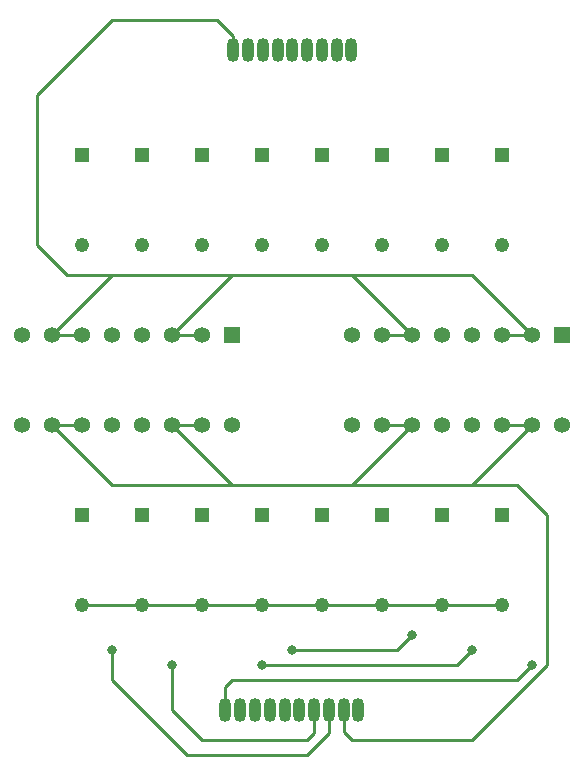
<source format=gbr>
%TF.GenerationSoftware,KiCad,Pcbnew,7.0.9*%
%TF.CreationDate,2024-01-04T07:45:15-05:00*%
%TF.ProjectId,trigger_line,74726967-6765-4725-9f6c-696e652e6b69,rev?*%
%TF.SameCoordinates,Original*%
%TF.FileFunction,Copper,L2,Bot*%
%TF.FilePolarity,Positive*%
%FSLAX46Y46*%
G04 Gerber Fmt 4.6, Leading zero omitted, Abs format (unit mm)*
G04 Created by KiCad (PCBNEW 7.0.9) date 2024-01-04 07:45:15*
%MOMM*%
%LPD*%
G01*
G04 APERTURE LIST*
%TA.AperFunction,ComponentPad*%
%ADD10R,1.358000X1.358000*%
%TD*%
%TA.AperFunction,ComponentPad*%
%ADD11C,1.358000*%
%TD*%
%TA.AperFunction,ComponentPad*%
%ADD12R,1.244600X1.244600*%
%TD*%
%TA.AperFunction,ComponentPad*%
%ADD13C,1.244600*%
%TD*%
%TA.AperFunction,ComponentPad*%
%ADD14O,1.016000X2.032000*%
%TD*%
%TA.AperFunction,ViaPad*%
%ADD15C,0.800000*%
%TD*%
%TA.AperFunction,Conductor*%
%ADD16C,0.250000*%
%TD*%
G04 APERTURE END LIST*
D10*
%TO.P,U2,1*%
%TO.N,Net-(R5-Pad2)*%
X134620000Y-83820000D03*
D11*
%TO.P,U2,2*%
%TO.N,/GNDA*%
X132080000Y-83820000D03*
%TO.P,U2,3*%
X129540000Y-83820000D03*
%TO.P,U2,4*%
%TO.N,Net-(R6-Pad2)*%
X127000000Y-83820000D03*
%TO.P,U2,5*%
%TO.N,Net-(R7-Pad2)*%
X124460000Y-83820000D03*
%TO.P,U2,6*%
%TO.N,/GNDA*%
X121920000Y-83820000D03*
%TO.P,U2,7*%
X119380000Y-83820000D03*
%TO.P,U2,8*%
%TO.N,Net-(R8-Pad2)*%
X116840000Y-83820000D03*
%TO.P,U2,9*%
%TO.N,Net-(P2-Pad8)*%
X116840000Y-91440000D03*
%TO.P,U2,10*%
%TO.N,/+5V*%
X119380000Y-91440000D03*
%TO.P,U2,11*%
X121920000Y-91440000D03*
%TO.P,U2,12*%
%TO.N,Net-(P2-Pad7)*%
X124460000Y-91440000D03*
%TO.P,U2,13*%
%TO.N,Net-(P2-Pad6)*%
X127000000Y-91440000D03*
%TO.P,U2,14*%
%TO.N,/+5V*%
X129540000Y-91440000D03*
%TO.P,U2,15*%
X132080000Y-91440000D03*
%TO.P,U2,16*%
%TO.N,Net-(P2-Pad5)*%
X134620000Y-91440000D03*
%TD*%
D12*
%TO.P,R7,1*%
%TO.N,Net-(P1-Pad7)*%
X127000000Y-68580000D03*
D13*
%TO.P,R7,2*%
%TO.N,Net-(R7-Pad2)*%
X127000000Y-76200000D03*
%TD*%
D12*
%TO.P,R4,1*%
%TO.N,Net-(P1-Pad4)*%
X142240000Y-68580000D03*
D13*
%TO.P,R4,2*%
%TO.N,Net-(R4-Pad2)*%
X142240000Y-76200000D03*
%TD*%
D14*
%TO.P,P1,1*%
%TO.N,Net-(P1-Pad1)*%
X144740000Y-59690000D03*
%TO.P,P1,2*%
%TO.N,Net-(P1-Pad2)*%
X143490000Y-59690000D03*
%TO.P,P1,3*%
%TO.N,Net-(P1-Pad3)*%
X142240000Y-59690000D03*
%TO.P,P1,4*%
%TO.N,Net-(P1-Pad4)*%
X140990000Y-59690000D03*
%TO.P,P1,5*%
%TO.N,Net-(P1-Pad5)*%
X139740000Y-59690000D03*
%TO.P,P1,6*%
%TO.N,Net-(P1-Pad6)*%
X138490000Y-59690000D03*
%TO.P,P1,7*%
%TO.N,Net-(P1-Pad7)*%
X137240000Y-59690000D03*
%TO.P,P1,8*%
%TO.N,Net-(P1-Pad8)*%
X135990000Y-59690000D03*
%TO.P,P1,9*%
%TO.N,/GNDA*%
X134740000Y-59690000D03*
%TD*%
D12*
%TO.P,R13,1*%
%TO.N,Net-(P2-Pad5)*%
X137160000Y-99060000D03*
D13*
%TO.P,R13,2*%
%TO.N,GND*%
X137160000Y-106680000D03*
%TD*%
D12*
%TO.P,R15,1*%
%TO.N,Net-(P2-Pad7)*%
X127000000Y-99060000D03*
D13*
%TO.P,R15,2*%
%TO.N,GND*%
X127000000Y-106680000D03*
%TD*%
D12*
%TO.P,R11,1*%
%TO.N,Net-(P2-Pad3)*%
X147320000Y-99060000D03*
D13*
%TO.P,R11,2*%
%TO.N,GND*%
X147320000Y-106680000D03*
%TD*%
D10*
%TO.P,U1,1*%
%TO.N,Net-(R1-Pad2)*%
X162560000Y-83820000D03*
D11*
%TO.P,U1,2*%
%TO.N,/GNDA*%
X160020000Y-83820000D03*
%TO.P,U1,3*%
X157480000Y-83820000D03*
%TO.P,U1,4*%
%TO.N,Net-(R2-Pad2)*%
X154940000Y-83820000D03*
%TO.P,U1,5*%
%TO.N,Net-(R3-Pad2)*%
X152400000Y-83820000D03*
%TO.P,U1,6*%
%TO.N,/GNDA*%
X149860000Y-83820000D03*
%TO.P,U1,7*%
X147320000Y-83820000D03*
%TO.P,U1,8*%
%TO.N,Net-(R4-Pad2)*%
X144780000Y-83820000D03*
%TO.P,U1,9*%
%TO.N,Net-(P2-Pad4)*%
X144780000Y-91440000D03*
%TO.P,U1,10*%
%TO.N,/+5V*%
X147320000Y-91440000D03*
%TO.P,U1,11*%
X149860000Y-91440000D03*
%TO.P,U1,12*%
%TO.N,Net-(P2-Pad3)*%
X152400000Y-91440000D03*
%TO.P,U1,13*%
%TO.N,Net-(P2-Pad2)*%
X154940000Y-91440000D03*
%TO.P,U1,14*%
%TO.N,/+5V*%
X157480000Y-91440000D03*
%TO.P,U1,15*%
X160020000Y-91440000D03*
%TO.P,U1,16*%
%TO.N,Net-(P2-Pad1)*%
X162560000Y-91440000D03*
%TD*%
D12*
%TO.P,R14,1*%
%TO.N,Net-(P2-Pad6)*%
X132080000Y-99060000D03*
D13*
%TO.P,R14,2*%
%TO.N,GND*%
X132080000Y-106680000D03*
%TD*%
D12*
%TO.P,R5,1*%
%TO.N,Net-(P1-Pad5)*%
X137160000Y-68580000D03*
D13*
%TO.P,R5,2*%
%TO.N,Net-(R5-Pad2)*%
X137160000Y-76200000D03*
%TD*%
D12*
%TO.P,R2,1*%
%TO.N,Net-(P1-Pad2)*%
X152400000Y-68580000D03*
D13*
%TO.P,R2,2*%
%TO.N,Net-(R2-Pad2)*%
X152400000Y-76200000D03*
%TD*%
D12*
%TO.P,R3,1*%
%TO.N,Net-(P1-Pad3)*%
X147320000Y-68580000D03*
D13*
%TO.P,R3,2*%
%TO.N,Net-(R3-Pad2)*%
X147320000Y-76200000D03*
%TD*%
D12*
%TO.P,R1,1*%
%TO.N,Net-(P1-Pad1)*%
X157480000Y-68580000D03*
D13*
%TO.P,R1,2*%
%TO.N,Net-(R1-Pad2)*%
X157480000Y-76200000D03*
%TD*%
D12*
%TO.P,R10,1*%
%TO.N,Net-(P2-Pad2)*%
X152400000Y-99060000D03*
D13*
%TO.P,R10,2*%
%TO.N,GND*%
X152400000Y-106680000D03*
%TD*%
D12*
%TO.P,R9,1*%
%TO.N,Net-(P2-Pad1)*%
X157480000Y-99060000D03*
D13*
%TO.P,R9,2*%
%TO.N,GND*%
X157480000Y-106680000D03*
%TD*%
D12*
%TO.P,R6,1*%
%TO.N,Net-(P1-Pad6)*%
X132080000Y-68580000D03*
D13*
%TO.P,R6,2*%
%TO.N,Net-(R6-Pad2)*%
X132080000Y-76200000D03*
%TD*%
D12*
%TO.P,R12,1*%
%TO.N,Net-(P2-Pad4)*%
X142240000Y-99060000D03*
D13*
%TO.P,R12,2*%
%TO.N,GND*%
X142240000Y-106680000D03*
%TD*%
D12*
%TO.P,R8,1*%
%TO.N,Net-(P1-Pad8)*%
X121920000Y-68580000D03*
D13*
%TO.P,R8,2*%
%TO.N,Net-(R8-Pad2)*%
X121920000Y-76200000D03*
%TD*%
D12*
%TO.P,R16,1*%
%TO.N,Net-(P2-Pad8)*%
X121920000Y-99060000D03*
D13*
%TO.P,R16,2*%
%TO.N,GND*%
X121920000Y-106680000D03*
%TD*%
D14*
%TO.P,P2,10*%
%TO.N,GND*%
X145325000Y-115570000D03*
%TO.P,P2,9*%
%TO.N,/+5V*%
X144075000Y-115570000D03*
%TO.P,P2,8*%
%TO.N,Net-(P2-Pad8)*%
X142825000Y-115570000D03*
%TO.P,P2,7*%
%TO.N,Net-(P2-Pad7)*%
X141575000Y-115570000D03*
%TO.P,P2,6*%
%TO.N,Net-(P2-Pad6)*%
X140325000Y-115570000D03*
%TO.P,P2,5*%
%TO.N,Net-(P2-Pad5)*%
X139075000Y-115570000D03*
%TO.P,P2,4*%
%TO.N,Net-(P2-Pad4)*%
X137825000Y-115570000D03*
%TO.P,P2,3*%
%TO.N,Net-(P2-Pad3)*%
X136575000Y-115570000D03*
%TO.P,P2,2*%
%TO.N,Net-(P2-Pad2)*%
X135325000Y-115570000D03*
%TO.P,P2,1*%
%TO.N,Net-(P2-Pad1)*%
X134075000Y-115570000D03*
%TD*%
D15*
%TO.N,Net-(P2-Pad1)*%
X160020000Y-111760000D03*
%TO.N,Net-(P2-Pad2)*%
X137160000Y-111760000D03*
X154940000Y-110490000D03*
%TO.N,Net-(P2-Pad3)*%
X139700000Y-110490000D03*
X149860000Y-109220000D03*
%TO.N,Net-(P2-Pad7)*%
X129540000Y-111760000D03*
%TO.N,Net-(P2-Pad8)*%
X124460000Y-110490000D03*
%TD*%
D16*
%TO.N,/GNDA*%
X120650000Y-78740000D02*
X118110000Y-76200000D01*
X157480000Y-83820000D02*
X160020000Y-83820000D01*
X154940000Y-78740000D02*
X144780000Y-78740000D01*
X133350000Y-57150000D02*
X124460000Y-57150000D01*
X160020000Y-83820000D02*
X154940000Y-78740000D01*
X147320000Y-83820000D02*
X149860000Y-83820000D01*
X134740000Y-58540000D02*
X133350000Y-57150000D01*
X118110000Y-63500000D02*
X124460000Y-57150000D01*
X129540000Y-83820000D02*
X134620000Y-78740000D01*
X134620000Y-78740000D02*
X124460000Y-78740000D01*
X149860000Y-83820000D02*
X144780000Y-78740000D01*
X124460000Y-78740000D02*
X120650000Y-78740000D01*
X129540000Y-83820000D02*
X132080000Y-83820000D01*
X118110000Y-76200000D02*
X118110000Y-63500000D01*
X124460000Y-78740000D02*
X119380000Y-83820000D01*
X119380000Y-83820000D02*
X121920000Y-83820000D01*
X134740000Y-59690000D02*
X134740000Y-58540000D01*
X144780000Y-78740000D02*
X139700000Y-78740000D01*
X139700000Y-78740000D02*
X134620000Y-78740000D01*
%TO.N,Net-(P2-Pad1)*%
X134075000Y-113575000D02*
X134075000Y-115570000D01*
X134620000Y-113030000D02*
X134075000Y-113575000D01*
X158750000Y-113030000D02*
X134620000Y-113030000D01*
X160020000Y-111760000D02*
X158750000Y-113030000D01*
%TO.N,Net-(P2-Pad2)*%
X153670000Y-111760000D02*
X137160000Y-111760000D01*
X154940000Y-110490000D02*
X153670000Y-111760000D01*
%TO.N,Net-(P2-Pad3)*%
X149860000Y-109220000D02*
X148590000Y-110490000D01*
X148590000Y-110490000D02*
X139700000Y-110490000D01*
%TO.N,Net-(P2-Pad7)*%
X141575000Y-115570000D02*
X141575000Y-117505000D01*
X140970000Y-118110000D02*
X132080000Y-118110000D01*
X132080000Y-118110000D02*
X129540000Y-115570000D01*
X129540000Y-111760000D02*
X129540000Y-115570000D01*
X141575000Y-117505000D02*
X140970000Y-118110000D01*
%TO.N,Net-(P2-Pad8)*%
X140970000Y-119380000D02*
X130810000Y-119380000D01*
X142825000Y-117525000D02*
X140970000Y-119380000D01*
X142825000Y-115570000D02*
X142825000Y-117525000D01*
X124460000Y-113030000D02*
X124460000Y-110490000D01*
X130810000Y-119380000D02*
X124460000Y-113030000D01*
%TO.N,/+5V*%
X147320000Y-91440000D02*
X149860000Y-91440000D01*
X144780000Y-118110000D02*
X144075000Y-117405000D01*
X119380000Y-91440000D02*
X121920000Y-91440000D01*
X157480000Y-91440000D02*
X160020000Y-91440000D01*
X161290000Y-111760000D02*
X154940000Y-118110000D01*
X149860000Y-91440000D02*
X144780000Y-96520000D01*
X144075000Y-117405000D02*
X144075000Y-115570000D01*
X158750000Y-96520000D02*
X161290000Y-99060000D01*
X154940000Y-96520000D02*
X158750000Y-96520000D01*
X154940000Y-118110000D02*
X144780000Y-118110000D01*
X129540000Y-91440000D02*
X134620000Y-96520000D01*
X134620000Y-96520000D02*
X139700000Y-96520000D01*
X139700000Y-96520000D02*
X144780000Y-96520000D01*
X124460000Y-96520000D02*
X134620000Y-96520000D01*
X119380000Y-91440000D02*
X124460000Y-96520000D01*
X129540000Y-91440000D02*
X132080000Y-91440000D01*
X154940000Y-96520000D02*
X160020000Y-91440000D01*
X161290000Y-99060000D02*
X161290000Y-111760000D01*
X144780000Y-96520000D02*
X154940000Y-96520000D01*
%TO.N,GND*%
X127000000Y-106680000D02*
X132080000Y-106680000D01*
X147320000Y-106680000D02*
X152400000Y-106680000D01*
X152400000Y-106680000D02*
X157480000Y-106680000D01*
X137160000Y-106680000D02*
X142240000Y-106680000D01*
X121920000Y-106680000D02*
X127000000Y-106680000D01*
X142240000Y-106680000D02*
X147320000Y-106680000D01*
X132080000Y-106680000D02*
X137160000Y-106680000D01*
%TD*%
M02*

</source>
